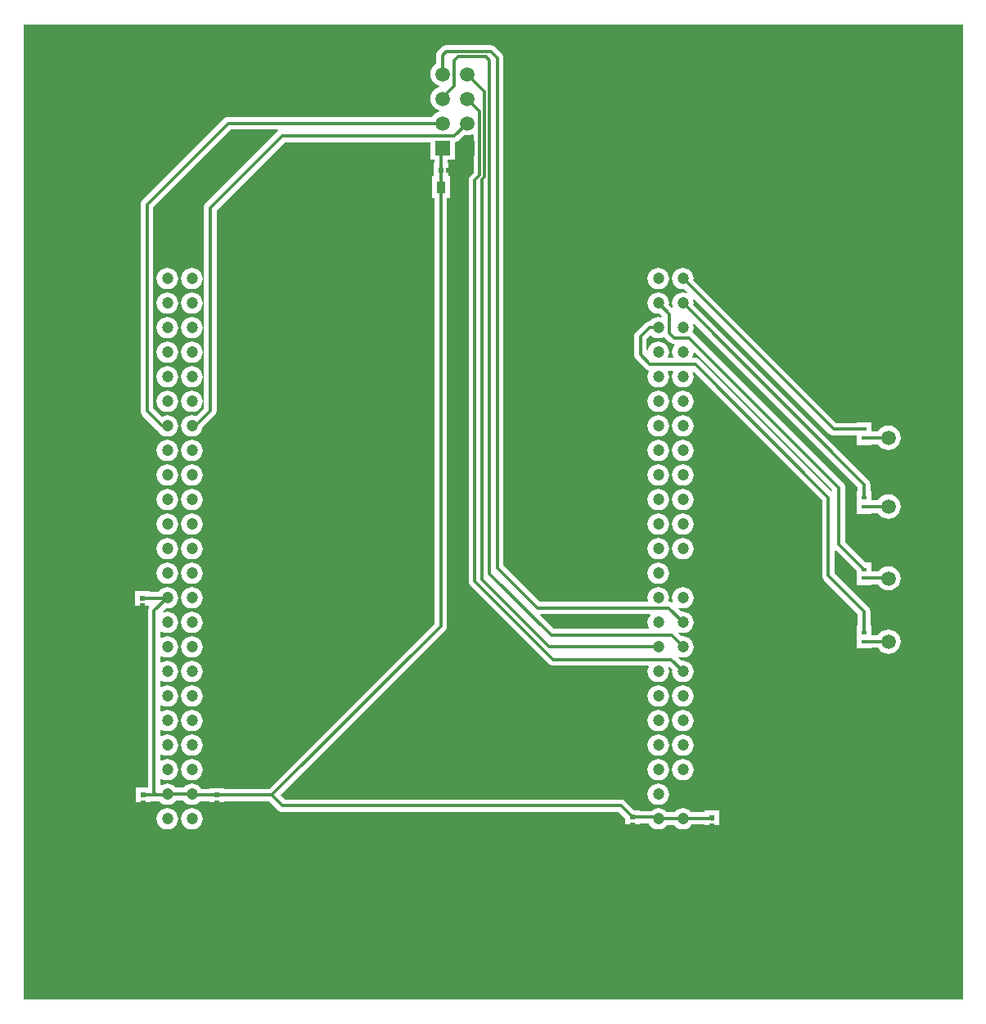
<source format=gtl>
%FSTAX24Y24*%
%MOIN*%
%SFA1B1*%

%IPPOS*%
%ADD10R,0.021650X0.017720*%
%ADD11R,0.033470X0.051180*%
%ADD12R,0.020470X0.020470*%
%ADD13R,0.020470X0.020470*%
%ADD14C,0.011810*%
%ADD15C,0.059060*%
%ADD16R,0.059060X0.059060*%
%ADD17R,0.059060X0.059060*%
%ADD18C,0.047250*%
%ADD19O,0.047240X0.047250*%
%ADD20R,0.047250X0.047250*%
%LNcom_board_2018-1*%
%LPD*%
G36*
X114557Y00869D02*
X076289Y008691D01*
Y0484*
X114557*
Y00869*
G37*
%LNcom_board_2018-2*%
%LPC*%
G36*
X10215Y038493D02*
X102037Y038478D01*
X101932Y038434*
X101841Y038365*
X101772Y038274*
X101728Y038169*
X101713Y038056*
X101728Y037943*
X101772Y037838*
X101841Y037747*
X101932Y037678*
X102037Y037634*
X10215Y037619*
X102263Y037634*
X102368Y037678*
X102459Y037747*
X102528Y037838*
X102572Y037943*
X102587Y038056*
X102572Y038169*
X102528Y038274*
X102459Y038365*
X102368Y038434*
X102263Y038478*
X10215Y038493*
G37*
G36*
X08315D02*
X083037Y038478D01*
X082932Y038434*
X082841Y038365*
X082772Y038274*
X082728Y038169*
X082713Y038056*
X082728Y037943*
X082772Y037838*
X082841Y037747*
X082932Y037678*
X083037Y037634*
X08315Y037619*
X083263Y037634*
X083368Y037678*
X083459Y037747*
X083528Y037838*
X083572Y037943*
X083587Y038056*
X083572Y038169*
X083528Y038274*
X083459Y038365*
X083368Y038434*
X083263Y038478*
X08315Y038493*
G37*
G36*
X08215D02*
X082037Y038478D01*
X081932Y038434*
X081841Y038365*
X081772Y038274*
X081728Y038169*
X081713Y038056*
X081728Y037943*
X081772Y037838*
X081841Y037747*
X081932Y037678*
X082037Y037634*
X08215Y037619*
X082263Y037634*
X082368Y037678*
X082459Y037747*
X082528Y037838*
X082572Y037943*
X082587Y038056*
X082572Y038169*
X082528Y038274*
X082459Y038365*
X082368Y038434*
X082263Y038478*
X08215Y038493*
G37*
G36*
X10315D02*
X103037Y038478D01*
X102932Y038434*
X102841Y038365*
X102772Y038274*
X102728Y038169*
X102713Y038056*
X102728Y037943*
X102772Y037838*
X102841Y037747*
X102932Y037678*
X103037Y037634*
X10315Y037619*
X103213Y037628*
X103341Y0375*
X103313Y037457*
X103263Y037478*
X10315Y037493*
X103037Y037478*
X102932Y037434*
X102841Y037365*
X102772Y037274*
X102728Y037169*
X102713Y037056*
X102728Y036943*
X102749Y036893*
X102706Y036865*
X102578Y036993*
X102587Y037056*
X102572Y037169*
X102528Y037274*
X102459Y037365*
X102368Y037434*
X102263Y037478*
X10215Y037493*
X102037Y037478*
X101932Y037434*
X101841Y037365*
X101772Y037274*
X101728Y037169*
X101713Y037056*
X101728Y036943*
X101772Y036838*
X101841Y036747*
X101932Y036678*
X102037Y036634*
X10215Y036619*
X102213Y036628*
X10231Y036531*
X102308Y036513*
X102271Y036484*
X102254Y036479*
X10215Y036493*
X102037Y036478*
X101932Y036434*
X101841Y036365*
X101802Y036314*
X101784*
X101718Y036305*
X101655Y03628*
X101602Y036239*
X101234Y035871*
X101193Y035818*
X101168Y035755*
X101159Y035689*
Y03495*
X101168Y034884*
X101193Y034821*
X101234Y034768*
X101618Y034384*
X101672Y034343*
X101734Y034317*
X101747Y034315*
X101767Y034262*
X101728Y034169*
X101713Y034056*
X101728Y033943*
X101772Y033838*
X101841Y033747*
X101932Y033678*
X102037Y033634*
X10215Y033619*
X102263Y033634*
X102368Y033678*
X102459Y033747*
X102528Y033838*
X102572Y033943*
X102587Y034056*
X102572Y034169*
X102535Y034258*
X10256Y034308*
X10274*
X102765Y034258*
X102728Y034169*
X102713Y034056*
X102728Y033943*
X102772Y033838*
X102841Y033747*
X102932Y033678*
X103037Y033634*
X10315Y033619*
X103263Y033634*
X103368Y033678*
X103459Y033747*
X103528Y033838*
X103572Y033943*
X103587Y034056*
X103572Y034169*
X103543Y034239*
X103585Y034267*
X108816Y029036*
Y025954*
X108825Y025887*
X108851Y025825*
X108892Y025772*
X110273Y024391*
Y023917*
X110226*
Y023346*
Y022992*
X110836*
Y023019*
X111091*
X11117Y022916*
X111273Y022837*
X111393Y022788*
X111521Y022771*
X11165Y022788*
X111769Y022837*
X111872Y022916*
X111951Y023019*
X112001Y023139*
X112018Y023267*
X112001Y023396*
X111951Y023515*
X111872Y023618*
X111769Y023697*
X11165Y023747*
X111521Y023764*
X111393Y023747*
X111273Y023697*
X11117Y023618*
X111106Y023535*
X110836*
Y023917*
X110789*
Y024498*
X11078Y024564*
X110755Y024627*
X110714Y02468*
X109332Y026061*
Y026978*
X109379Y026998*
X110226Y02615*
Y025925*
Y02557*
X110836*
Y025598*
X111091*
X11117Y025495*
X111273Y025416*
X111393Y025367*
X111521Y02535*
X11165Y025367*
X111769Y025416*
X111872Y025495*
X111951Y025598*
X112001Y025718*
X112018Y025846*
X112001Y025974*
X111951Y026094*
X111872Y026197*
X111769Y026276*
X11165Y026325*
X111521Y026342*
X111393Y026325*
X111273Y026276*
X11117Y026197*
X111106Y026114*
X110836*
Y026496*
X110611*
X109766Y027341*
Y029543*
X109757Y02961*
X109731Y029672*
X10969Y029725*
X103594Y035822*
X10354Y035863*
X103539Y035865*
X103572Y035943*
X103587Y036056*
X103572Y036169*
X103551Y036219*
X103594Y036247*
X110273Y029568*
Y029399*
X110226*
Y028828*
Y028474*
X110836*
Y028501*
X111106*
X11117Y028418*
X111273Y028339*
X111393Y02829*
X111521Y028273*
X11165Y02829*
X111769Y028339*
X111872Y028418*
X111951Y028521*
X112001Y028641*
X112018Y028769*
X112001Y028898*
X111951Y029017*
X111872Y02912*
X111769Y029199*
X11165Y029249*
X111521Y029266*
X111393Y029249*
X111273Y029199*
X11117Y02912*
X111091Y029017*
X110836*
Y029399*
X110789*
Y029675*
X11078Y029742*
X110755Y029804*
X110714Y029857*
X103578Y036993*
X103587Y037056*
X103572Y037169*
X103551Y037219*
X103594Y037247*
X109105Y031736*
X109158Y031695*
X10922Y03167*
X109287Y031661*
X110226*
Y031279*
X110836*
Y031306*
X111106*
X11117Y031223*
X111273Y031144*
X111393Y031095*
X111521Y031078*
X11165Y031095*
X111769Y031144*
X111872Y031223*
X111951Y031326*
X112001Y031446*
X112018Y031574*
X112001Y031703*
X111951Y031823*
X111872Y031925*
X111769Y032004*
X11165Y032054*
X111521Y032071*
X111393Y032054*
X111273Y032004*
X11117Y031925*
X111091Y031823*
X110836*
Y032204*
X110226*
Y032177*
X109394*
X103578Y037993*
X103587Y038056*
X103572Y038169*
X103528Y038274*
X103459Y038365*
X103368Y038434*
X103263Y038478*
X10315Y038493*
G37*
G36*
X08315Y037493D02*
X083037Y037478D01*
X082932Y037434*
X082841Y037365*
X082772Y037274*
X082728Y037169*
X082713Y037056*
X082728Y036943*
X082772Y036838*
X082841Y036747*
X082932Y036678*
X083037Y036634*
X08315Y036619*
X083263Y036634*
X083368Y036678*
X083459Y036747*
X083528Y036838*
X083572Y036943*
X083587Y037056*
X083572Y037169*
X083528Y037274*
X083459Y037365*
X083368Y037434*
X083263Y037478*
X08315Y037493*
G37*
G36*
X08215D02*
X082037Y037478D01*
X081932Y037434*
X081841Y037365*
X081772Y037274*
X081728Y037169*
X081713Y037056*
X081728Y036943*
X081772Y036838*
X081841Y036747*
X081932Y036678*
X082037Y036634*
X08215Y036619*
X082263Y036634*
X082368Y036678*
X082459Y036747*
X082528Y036838*
X082572Y036943*
X082587Y037056*
X082572Y037169*
X082528Y037274*
X082459Y037365*
X082368Y037434*
X082263Y037478*
X08215Y037493*
G37*
G36*
X08315Y036493D02*
X083037Y036478D01*
X082932Y036434*
X082841Y036365*
X082772Y036274*
X082728Y036169*
X082713Y036056*
X082728Y035943*
X082772Y035838*
X082841Y035747*
X082932Y035678*
X083037Y035634*
X08315Y035619*
X083263Y035634*
X083368Y035678*
X083459Y035747*
X083528Y035838*
X083572Y035943*
X083587Y036056*
X083572Y036169*
X083528Y036274*
X083459Y036365*
X083368Y036434*
X083263Y036478*
X08315Y036493*
G37*
G36*
X08215D02*
X082037Y036478D01*
X081932Y036434*
X081841Y036365*
X081772Y036274*
X081728Y036169*
X081713Y036056*
X081728Y035943*
X081772Y035838*
X081841Y035747*
X081932Y035678*
X082037Y035634*
X08215Y035619*
X082263Y035634*
X082368Y035678*
X082459Y035747*
X082528Y035838*
X082572Y035943*
X082587Y036056*
X082572Y036169*
X082528Y036274*
X082459Y036365*
X082368Y036434*
X082263Y036478*
X08215Y036493*
G37*
G36*
X08315Y035493D02*
X083037Y035478D01*
X082932Y035434*
X082841Y035365*
X082772Y035274*
X082728Y035169*
X082713Y035056*
X082728Y034943*
X082772Y034838*
X082841Y034747*
X082932Y034678*
X083037Y034634*
X08315Y034619*
X083263Y034634*
X083368Y034678*
X083459Y034747*
X083528Y034838*
X083572Y034943*
X083587Y035056*
X083572Y035169*
X083528Y035274*
X083459Y035365*
X083368Y035434*
X083263Y035478*
X08315Y035493*
G37*
G36*
X08215D02*
X082037Y035478D01*
X081932Y035434*
X081841Y035365*
X081772Y035274*
X081728Y035169*
X081713Y035056*
X081728Y034943*
X081772Y034838*
X081841Y034747*
X081932Y034678*
X082037Y034634*
X08215Y034619*
X082263Y034634*
X082368Y034678*
X082459Y034747*
X082528Y034838*
X082572Y034943*
X082587Y035056*
X082572Y035169*
X082528Y035274*
X082459Y035365*
X082368Y035434*
X082263Y035478*
X08215Y035493*
G37*
G36*
X08315Y034493D02*
X083037Y034478D01*
X082932Y034434*
X082841Y034365*
X082772Y034274*
X082728Y034169*
X082713Y034056*
X082728Y033943*
X082772Y033838*
X082841Y033747*
X082932Y033678*
X083037Y033634*
X08315Y033619*
X083263Y033634*
X083368Y033678*
X083459Y033747*
X083528Y033838*
X083572Y033943*
X083587Y034056*
X083572Y034169*
X083528Y034274*
X083459Y034365*
X083368Y034434*
X083263Y034478*
X08315Y034493*
G37*
G36*
X08215D02*
X082037Y034478D01*
X081932Y034434*
X081841Y034365*
X081772Y034274*
X081728Y034169*
X081713Y034056*
X081728Y033943*
X081772Y033838*
X081841Y033747*
X081932Y033678*
X082037Y033634*
X08215Y033619*
X082263Y033634*
X082368Y033678*
X082459Y033747*
X082528Y033838*
X082572Y033943*
X082587Y034056*
X082572Y034169*
X082528Y034274*
X082459Y034365*
X082368Y034434*
X082263Y034478*
X08215Y034493*
G37*
G36*
X10315Y033493D02*
X103037Y033478D01*
X102932Y033434*
X102841Y033365*
X102772Y033274*
X102728Y033169*
X102713Y033056*
X102728Y032943*
X102772Y032838*
X102841Y032747*
X102932Y032678*
X103037Y032634*
X10315Y032619*
X103263Y032634*
X103368Y032678*
X103459Y032747*
X103528Y032838*
X103572Y032943*
X103587Y033056*
X103572Y033169*
X103528Y033274*
X103459Y033365*
X103368Y033434*
X103263Y033478*
X10315Y033493*
G37*
G36*
X10215D02*
X102037Y033478D01*
X101932Y033434*
X101841Y033365*
X101772Y033274*
X101728Y033169*
X101713Y033056*
X101728Y032943*
X101772Y032838*
X101841Y032747*
X101932Y032678*
X102037Y032634*
X10215Y032619*
X102263Y032634*
X102368Y032678*
X102459Y032747*
X102528Y032838*
X102572Y032943*
X102587Y033056*
X102572Y033169*
X102528Y033274*
X102459Y033365*
X102368Y033434*
X102263Y033478*
X10215Y033493*
G37*
G36*
X08315D02*
X083037Y033478D01*
X082932Y033434*
X082841Y033365*
X082772Y033274*
X082728Y033169*
X082713Y033056*
X082728Y032943*
X082772Y032838*
X082841Y032747*
X082932Y032678*
X083037Y032634*
X08315Y032619*
X083263Y032634*
X083368Y032678*
X083459Y032747*
X083528Y032838*
X083572Y032943*
X083587Y033056*
X083572Y033169*
X083528Y033274*
X083459Y033365*
X083368Y033434*
X083263Y033478*
X08315Y033493*
G37*
G36*
X08215D02*
X082037Y033478D01*
X081932Y033434*
X081841Y033365*
X081772Y033274*
X081728Y033169*
X081713Y033056*
X081728Y032943*
X081772Y032838*
X081841Y032747*
X081932Y032678*
X082037Y032634*
X08215Y032619*
X082263Y032634*
X082368Y032678*
X082459Y032747*
X082528Y032838*
X082572Y032943*
X082587Y033056*
X082572Y033169*
X082528Y033274*
X082459Y033365*
X082368Y033434*
X082263Y033478*
X08215Y033493*
G37*
G36*
X10315Y032493D02*
X103037Y032478D01*
X102932Y032434*
X102841Y032365*
X102772Y032274*
X102728Y032169*
X102713Y032056*
X102728Y031943*
X102772Y031838*
X102841Y031747*
X102932Y031678*
X103037Y031634*
X10315Y031619*
X103263Y031634*
X103368Y031678*
X103459Y031747*
X103528Y031838*
X103572Y031943*
X103587Y032056*
X103572Y032169*
X103528Y032274*
X103459Y032365*
X103368Y032434*
X103263Y032478*
X10315Y032493*
G37*
G36*
X10215D02*
X102037Y032478D01*
X101932Y032434*
X101841Y032365*
X101772Y032274*
X101728Y032169*
X101713Y032056*
X101728Y031943*
X101772Y031838*
X101841Y031747*
X101932Y031678*
X102037Y031634*
X10215Y031619*
X102263Y031634*
X102368Y031678*
X102459Y031747*
X102528Y031838*
X102572Y031943*
X102587Y032056*
X102572Y032169*
X102528Y032274*
X102459Y032365*
X102368Y032434*
X102263Y032478*
X10215Y032493*
G37*
G36*
X10315Y031493D02*
X103037Y031478D01*
X102932Y031434*
X102841Y031365*
X102772Y031274*
X102728Y031169*
X102713Y031056*
X102728Y030943*
X102772Y030838*
X102841Y030747*
X102932Y030678*
X103037Y030634*
X10315Y030619*
X103263Y030634*
X103368Y030678*
X103459Y030747*
X103528Y030838*
X103572Y030943*
X103587Y031056*
X103572Y031169*
X103528Y031274*
X103459Y031365*
X103368Y031434*
X103263Y031478*
X10315Y031493*
G37*
G36*
X10215D02*
X102037Y031478D01*
X101932Y031434*
X101841Y031365*
X101772Y031274*
X101728Y031169*
X101713Y031056*
X101728Y030943*
X101772Y030838*
X101841Y030747*
X101932Y030678*
X102037Y030634*
X10215Y030619*
X102263Y030634*
X102368Y030678*
X102459Y030747*
X102528Y030838*
X102572Y030943*
X102587Y031056*
X102572Y031169*
X102528Y031274*
X102459Y031365*
X102368Y031434*
X102263Y031478*
X10215Y031493*
G37*
G36*
X08315D02*
X083037Y031478D01*
X082932Y031434*
X082841Y031365*
X082772Y031274*
X082728Y031169*
X082713Y031056*
X082728Y030943*
X082772Y030838*
X082841Y030747*
X082932Y030678*
X083037Y030634*
X08315Y030619*
X083263Y030634*
X083368Y030678*
X083459Y030747*
X083528Y030838*
X083572Y030943*
X083587Y031056*
X083572Y031169*
X083528Y031274*
X083459Y031365*
X083368Y031434*
X083263Y031478*
X08315Y031493*
G37*
G36*
X08215D02*
X082037Y031478D01*
X081932Y031434*
X081841Y031365*
X081772Y031274*
X081728Y031169*
X081713Y031056*
X081728Y030943*
X081772Y030838*
X081841Y030747*
X081932Y030678*
X082037Y030634*
X08215Y030619*
X082263Y030634*
X082368Y030678*
X082459Y030747*
X082528Y030838*
X082572Y030943*
X082587Y031056*
X082572Y031169*
X082528Y031274*
X082459Y031365*
X082368Y031434*
X082263Y031478*
X08215Y031493*
G37*
G36*
X10315Y030493D02*
X103037Y030478D01*
X102932Y030434*
X102841Y030365*
X102772Y030274*
X102728Y030169*
X102713Y030056*
X102728Y029943*
X102772Y029838*
X102841Y029747*
X102932Y029678*
X103037Y029634*
X10315Y029619*
X103263Y029634*
X103368Y029678*
X103459Y029747*
X103528Y029838*
X103572Y029943*
X103587Y030056*
X103572Y030169*
X103528Y030274*
X103459Y030365*
X103368Y030434*
X103263Y030478*
X10315Y030493*
G37*
G36*
X10215D02*
X102037Y030478D01*
X101932Y030434*
X101841Y030365*
X101772Y030274*
X101728Y030169*
X101713Y030056*
X101728Y029943*
X101772Y029838*
X101841Y029747*
X101932Y029678*
X102037Y029634*
X10215Y029619*
X102263Y029634*
X102368Y029678*
X102459Y029747*
X102528Y029838*
X102572Y029943*
X102587Y030056*
X102572Y030169*
X102528Y030274*
X102459Y030365*
X102368Y030434*
X102263Y030478*
X10215Y030493*
G37*
G36*
X08315D02*
X083037Y030478D01*
X082932Y030434*
X082841Y030365*
X082772Y030274*
X082728Y030169*
X082713Y030056*
X082728Y029943*
X082772Y029838*
X082841Y029747*
X082932Y029678*
X083037Y029634*
X08315Y029619*
X083263Y029634*
X083368Y029678*
X083459Y029747*
X083528Y029838*
X083572Y029943*
X083587Y030056*
X083572Y030169*
X083528Y030274*
X083459Y030365*
X083368Y030434*
X083263Y030478*
X08315Y030493*
G37*
G36*
X08215D02*
X082037Y030478D01*
X081932Y030434*
X081841Y030365*
X081772Y030274*
X081728Y030169*
X081713Y030056*
X081728Y029943*
X081772Y029838*
X081841Y029747*
X081932Y029678*
X082037Y029634*
X08215Y029619*
X082263Y029634*
X082368Y029678*
X082459Y029747*
X082528Y029838*
X082572Y029943*
X082587Y030056*
X082572Y030169*
X082528Y030274*
X082459Y030365*
X082368Y030434*
X082263Y030478*
X08215Y030493*
G37*
G36*
X10315Y029493D02*
X103037Y029478D01*
X102932Y029434*
X102841Y029365*
X102772Y029274*
X102728Y029169*
X102713Y029056*
X102728Y028943*
X102772Y028838*
X102841Y028747*
X102932Y028678*
X103037Y028634*
X10315Y028619*
X103263Y028634*
X103368Y028678*
X103459Y028747*
X103528Y028838*
X103572Y028943*
X103587Y029056*
X103572Y029169*
X103528Y029274*
X103459Y029365*
X103368Y029434*
X103263Y029478*
X10315Y029493*
G37*
G36*
X10215D02*
X102037Y029478D01*
X101932Y029434*
X101841Y029365*
X101772Y029274*
X101728Y029169*
X101713Y029056*
X101728Y028943*
X101772Y028838*
X101841Y028747*
X101932Y028678*
X102037Y028634*
X10215Y028619*
X102263Y028634*
X102368Y028678*
X102459Y028747*
X102528Y028838*
X102572Y028943*
X102587Y029056*
X102572Y029169*
X102528Y029274*
X102459Y029365*
X102368Y029434*
X102263Y029478*
X10215Y029493*
G37*
G36*
X08315D02*
X083037Y029478D01*
X082932Y029434*
X082841Y029365*
X082772Y029274*
X082728Y029169*
X082713Y029056*
X082728Y028943*
X082772Y028838*
X082841Y028747*
X082932Y028678*
X083037Y028634*
X08315Y028619*
X083263Y028634*
X083368Y028678*
X083459Y028747*
X083528Y028838*
X083572Y028943*
X083587Y029056*
X083572Y029169*
X083528Y029274*
X083459Y029365*
X083368Y029434*
X083263Y029478*
X08315Y029493*
G37*
G36*
X08215D02*
X082037Y029478D01*
X081932Y029434*
X081841Y029365*
X081772Y029274*
X081728Y029169*
X081713Y029056*
X081728Y028943*
X081772Y028838*
X081841Y028747*
X081932Y028678*
X082037Y028634*
X08215Y028619*
X082263Y028634*
X082368Y028678*
X082459Y028747*
X082528Y028838*
X082572Y028943*
X082587Y029056*
X082572Y029169*
X082528Y029274*
X082459Y029365*
X082368Y029434*
X082263Y029478*
X08215Y029493*
G37*
G36*
X10315Y028493D02*
X103037Y028478D01*
X102932Y028434*
X102841Y028365*
X102772Y028274*
X102728Y028169*
X102713Y028056*
X102728Y027943*
X102772Y027838*
X102841Y027747*
X102932Y027678*
X103037Y027634*
X10315Y027619*
X103263Y027634*
X103368Y027678*
X103459Y027747*
X103528Y027838*
X103572Y027943*
X103587Y028056*
X103572Y028169*
X103528Y028274*
X103459Y028365*
X103368Y028434*
X103263Y028478*
X10315Y028493*
G37*
G36*
X10215D02*
X102037Y028478D01*
X101932Y028434*
X101841Y028365*
X101772Y028274*
X101728Y028169*
X101713Y028056*
X101728Y027943*
X101772Y027838*
X101841Y027747*
X101932Y027678*
X102037Y027634*
X10215Y027619*
X102263Y027634*
X102368Y027678*
X102459Y027747*
X102528Y027838*
X102572Y027943*
X102587Y028056*
X102572Y028169*
X102528Y028274*
X102459Y028365*
X102368Y028434*
X102263Y028478*
X10215Y028493*
G37*
G36*
X08315D02*
X083037Y028478D01*
X082932Y028434*
X082841Y028365*
X082772Y028274*
X082728Y028169*
X082713Y028056*
X082728Y027943*
X082772Y027838*
X082841Y027747*
X082932Y027678*
X083037Y027634*
X08315Y027619*
X083263Y027634*
X083368Y027678*
X083459Y027747*
X083528Y027838*
X083572Y027943*
X083587Y028056*
X083572Y028169*
X083528Y028274*
X083459Y028365*
X083368Y028434*
X083263Y028478*
X08315Y028493*
G37*
G36*
X08215D02*
X082037Y028478D01*
X081932Y028434*
X081841Y028365*
X081772Y028274*
X081728Y028169*
X081713Y028056*
X081728Y027943*
X081772Y027838*
X081841Y027747*
X081932Y027678*
X082037Y027634*
X08215Y027619*
X082263Y027634*
X082368Y027678*
X082459Y027747*
X082528Y027838*
X082572Y027943*
X082587Y028056*
X082572Y028169*
X082528Y028274*
X082459Y028365*
X082368Y028434*
X082263Y028478*
X08215Y028493*
G37*
G36*
X10315Y027493D02*
X103037Y027478D01*
X102932Y027434*
X102841Y027365*
X102772Y027274*
X102728Y027169*
X102713Y027056*
X102728Y026943*
X102772Y026838*
X102841Y026747*
X102932Y026678*
X103037Y026634*
X10315Y026619*
X103263Y026634*
X103368Y026678*
X103459Y026747*
X103528Y026838*
X103572Y026943*
X103587Y027056*
X103572Y027169*
X103528Y027274*
X103459Y027365*
X103368Y027434*
X103263Y027478*
X10315Y027493*
G37*
G36*
X10215D02*
X102037Y027478D01*
X101932Y027434*
X101841Y027365*
X101772Y027274*
X101728Y027169*
X101713Y027056*
X101728Y026943*
X101772Y026838*
X101841Y026747*
X101932Y026678*
X102037Y026634*
X10215Y026619*
X102263Y026634*
X102368Y026678*
X102459Y026747*
X102528Y026838*
X102572Y026943*
X102587Y027056*
X102572Y027169*
X102528Y027274*
X102459Y027365*
X102368Y027434*
X102263Y027478*
X10215Y027493*
G37*
G36*
X08315D02*
X083037Y027478D01*
X082932Y027434*
X082841Y027365*
X082772Y027274*
X082728Y027169*
X082713Y027056*
X082728Y026943*
X082772Y026838*
X082841Y026747*
X082932Y026678*
X083037Y026634*
X08315Y026619*
X083263Y026634*
X083368Y026678*
X083459Y026747*
X083528Y026838*
X083572Y026943*
X083587Y027056*
X083572Y027169*
X083528Y027274*
X083459Y027365*
X083368Y027434*
X083263Y027478*
X08315Y027493*
G37*
G36*
X08215D02*
X082037Y027478D01*
X081932Y027434*
X081841Y027365*
X081772Y027274*
X081728Y027169*
X081713Y027056*
X081728Y026943*
X081772Y026838*
X081841Y026747*
X081932Y026678*
X082037Y026634*
X08215Y026619*
X082263Y026634*
X082368Y026678*
X082459Y026747*
X082528Y026838*
X082572Y026943*
X082587Y027056*
X082572Y027169*
X082528Y027274*
X082459Y027365*
X082368Y027434*
X082263Y027478*
X08215Y027493*
G37*
G36*
X10215Y026493D02*
X102037Y026478D01*
X101932Y026434*
X101841Y026365*
X101772Y026274*
X101728Y026169*
X101713Y026056*
X101728Y025943*
X101772Y025838*
X101841Y025747*
X101932Y025678*
X102037Y025634*
X10215Y025619*
X102263Y025634*
X102368Y025678*
X102459Y025747*
X102528Y025838*
X102572Y025943*
X102587Y026056*
X102572Y026169*
X102528Y026274*
X102459Y026365*
X102368Y026434*
X102263Y026478*
X10215Y026493*
G37*
G36*
X08315D02*
X083037Y026478D01*
X082932Y026434*
X082841Y026365*
X082772Y026274*
X082728Y026169*
X082713Y026056*
X082728Y025943*
X082772Y025838*
X082841Y025747*
X082932Y025678*
X083037Y025634*
X08315Y025619*
X083263Y025634*
X083368Y025678*
X083459Y025747*
X083528Y025838*
X083572Y025943*
X083587Y026056*
X083572Y026169*
X083528Y026274*
X083459Y026365*
X083368Y026434*
X083263Y026478*
X08315Y026493*
G37*
G36*
X08215D02*
X082037Y026478D01*
X081932Y026434*
X081841Y026365*
X081772Y026274*
X081728Y026169*
X081713Y026056*
X081728Y025943*
X081772Y025838*
X081841Y025747*
X081932Y025678*
X082037Y025634*
X08215Y025619*
X082263Y025634*
X082368Y025678*
X082459Y025747*
X082528Y025838*
X082572Y025943*
X082587Y026056*
X082572Y026169*
X082528Y026274*
X082459Y026365*
X082368Y026434*
X082263Y026478*
X08215Y026493*
G37*
G36*
X095332Y047551D02*
X093507D01*
X093441Y047542*
X093378Y047516*
X093325Y047475*
X093175Y047326*
X093134Y047272*
X093108Y04721*
X0931Y047143*
Y0468*
X093007Y046729*
X092928Y046626*
X092878Y046507*
X092861Y046378*
X092878Y04625*
X092928Y04613*
X093007Y046027*
X09311Y045948*
X093217Y045904*
X093217Y045904*
Y045853*
X093217Y045853*
X09311Y045808*
X093007Y045729*
X092928Y045626*
X092878Y045507*
X092861Y045378*
X092878Y04525*
X092928Y04513*
X093007Y045027*
X09311Y044948*
X093217Y044904*
X093217Y044904*
Y044853*
X093217*
X09311Y044808*
X093007Y044729*
X092936Y044636*
X08463*
X084563Y044627*
X084501Y044602*
X084448Y044561*
X081136Y041249*
X081095Y041196*
X081069Y041133*
X08106Y041066*
Y032657*
X081069Y03259*
X081095Y032528*
X081136Y032475*
X081737Y031874*
X081766Y031851*
X081772Y031838*
X081841Y031747*
X081932Y031678*
X082037Y031634*
X08215Y031619*
X082263Y031634*
X082368Y031678*
X082459Y031747*
X082528Y031838*
X082572Y031943*
X082587Y032056*
X082572Y032169*
X082528Y032274*
X082459Y032365*
X082368Y032434*
X082263Y032478*
X08215Y032493*
X082037Y032478*
X081932Y032434*
X081917Y032423*
X081577Y032764*
Y04096*
X084737Y04412*
X086647*
X086664Y04407*
X086638Y04405*
X083715Y041127*
X083674Y041073*
X083648Y041011*
X083639Y040944*
Y032772*
X083321Y032454*
X083263Y032478*
X08315Y032493*
X083037Y032478*
X082932Y032434*
X082841Y032365*
X082772Y032274*
X082728Y032169*
X082713Y032056*
X082728Y031943*
X082772Y031838*
X082841Y031747*
X082932Y031678*
X083037Y031634*
X08315Y031619*
X083263Y031634*
X083368Y031678*
X083459Y031747*
X083528Y031838*
X083572Y031943*
X083577Y03198*
X08408Y032483*
X084121Y032536*
X084147Y032598*
X084155Y032665*
Y040838*
X086927Y04361*
X092866*
Y042886*
X093039*
Y042759*
X092988*
Y042231*
X092933*
Y041325*
X093029*
Y023994*
X086306Y017272*
X084449*
Y017313*
X083851*
Y017272*
X083529*
X083528Y017274*
X083459Y017365*
X083368Y017434*
X083263Y017478*
X08315Y017493*
X083037Y017478*
X082932Y017434*
X082841Y017365*
X082802Y017314*
X082498*
X082459Y017365*
X082368Y017434*
X082263Y017478*
X08215Y017493*
X082037Y017478*
X081932Y017434*
X081914Y017421*
X081869Y017443*
Y017669*
X081914Y017691*
X081932Y017678*
X082037Y017634*
X08215Y017619*
X082263Y017634*
X082368Y017678*
X082459Y017747*
X082528Y017838*
X082572Y017943*
X082587Y018056*
X082572Y018169*
X082528Y018274*
X082459Y018365*
X082368Y018434*
X082263Y018478*
X08215Y018493*
X082037Y018478*
X081932Y018434*
X081914Y018421*
X081869Y018443*
Y018669*
X081914Y018691*
X081932Y018678*
X082037Y018634*
X08215Y018619*
X082263Y018634*
X082368Y018678*
X082459Y018747*
X082528Y018838*
X082572Y018943*
X082587Y019056*
X082572Y019169*
X082528Y019274*
X082459Y019365*
X082368Y019434*
X082263Y019478*
X08215Y019493*
X082037Y019478*
X081932Y019434*
X081914Y019421*
X081869Y019443*
Y019669*
X081914Y019691*
X081932Y019678*
X082037Y019634*
X08215Y019619*
X082263Y019634*
X082368Y019678*
X082459Y019747*
X082528Y019838*
X082572Y019943*
X082587Y020056*
X082572Y020169*
X082528Y020274*
X082459Y020365*
X082368Y020434*
X082263Y020478*
X08215Y020493*
X082037Y020478*
X081932Y020434*
X081914Y020421*
X081869Y020443*
Y020669*
X081914Y020691*
X081932Y020678*
X082037Y020634*
X08215Y020619*
X082263Y020634*
X082368Y020678*
X082459Y020747*
X082528Y020838*
X082572Y020943*
X082587Y021056*
X082572Y021169*
X082528Y021274*
X082459Y021365*
X082368Y021434*
X082263Y021478*
X08215Y021493*
X082037Y021478*
X081932Y021434*
X081914Y021421*
X081869Y021443*
Y021669*
X081914Y021691*
X081932Y021678*
X082037Y021634*
X08215Y021619*
X082263Y021634*
X082368Y021678*
X082459Y021747*
X082528Y021838*
X082572Y021943*
X082587Y022056*
X082572Y022169*
X082528Y022274*
X082459Y022365*
X082368Y022434*
X082263Y022478*
X08215Y022493*
X082037Y022478*
X081932Y022434*
X081914Y022421*
X081869Y022443*
Y022669*
X081914Y022691*
X081932Y022678*
X082037Y022634*
X08215Y022619*
X082263Y022634*
X082368Y022678*
X082459Y022747*
X082528Y022838*
X082572Y022943*
X082587Y023056*
X082572Y023169*
X082528Y023274*
X082459Y023365*
X082368Y023434*
X082263Y023478*
X08215Y023493*
X082037Y023478*
X081932Y023434*
X081914Y023421*
X081869Y023443*
Y023669*
X081914Y023691*
X081932Y023678*
X082037Y023634*
X08215Y023619*
X082263Y023634*
X082368Y023678*
X082459Y023747*
X082528Y023838*
X082572Y023943*
X082587Y024056*
X082572Y024169*
X082528Y024274*
X082459Y024365*
X082368Y024434*
X082263Y024478*
X08215Y024493*
X082037Y024478*
X081987Y024457*
X081959Y0245*
X082086Y024628*
X08215Y024619*
X082263Y024634*
X082368Y024678*
X082459Y024747*
X082528Y024838*
X082572Y024943*
X082587Y025056*
X082572Y025169*
X082528Y025274*
X082459Y025365*
X082368Y025434*
X082263Y025478*
X08215Y025493*
X082037Y025478*
X081932Y025434*
X081841Y025365*
X081781Y025287*
X081421*
Y025328*
X080822*
Y02473*
X081389*
X081413Y02468*
X081388Y024646*
X081362Y024584*
X081353Y024517*
Y017326*
X080872*
Y016728*
X08147*
Y016769*
X081824*
X081841Y016747*
X081932Y016678*
X082037Y016634*
X08215Y016619*
X082263Y016634*
X082368Y016678*
X082459Y016747*
X082498Y016798*
X082802*
X082841Y016747*
X082932Y016678*
X083037Y016634*
X08315Y016619*
X083263Y016634*
X083368Y016678*
X083459Y016747*
X083465Y016755*
X083851*
Y016714*
X084449*
Y016755*
X086306*
X08666Y016402*
X086713Y016361*
X086776Y016335*
X086842Y016326*
X100522*
X100801Y016048*
Y015814*
X101399*
Y015855*
X101764*
X101772Y015838*
X101841Y015747*
X101932Y015678*
X102037Y015634*
X10215Y015619*
X102263Y015634*
X102368Y015678*
X102459Y015747*
X102498Y015798*
X102802*
X102841Y015747*
X102932Y015678*
X103037Y015634*
X10315Y015619*
X103263Y015634*
X103368Y015678*
X103459Y015747*
X10351Y015814*
X104041*
Y015783*
X104251*
X104273Y015774*
X10434Y015765*
X104407Y015774*
X104429Y015783*
X104639*
Y016381*
X104041*
Y016331*
X103485*
X103459Y016365*
X103368Y016434*
X103263Y016478*
X10315Y016493*
X103037Y016478*
X102932Y016434*
X102841Y016365*
X102802Y016314*
X102498*
X102459Y016365*
X102368Y016434*
X102263Y016478*
X10215Y016493*
X102037Y016478*
X101932Y016434*
X10185Y016372*
X101399*
Y016413*
X101166*
X100812Y016767*
X100758Y016808*
X100696Y016834*
X100629Y016842*
X086949*
X086778Y017014*
X093469Y023705*
X09351Y023758*
X093536Y023821*
X093545Y023887*
Y041325*
X093661*
Y042231*
X093586*
Y042759*
X093555*
Y042886*
X09385*
Y04361*
X093914Y043618*
X093976Y043644*
X09403Y043685*
X094242Y043897*
X094358Y043882*
X094486Y043899*
X094573Y043935*
X094623Y043901*
Y04237*
X094492Y042239*
X094451Y042185*
X094425Y042123*
X094417Y042056*
Y040005*
Y025738*
X094425Y025671*
X094451Y025609*
X094492Y025555*
X097691Y022356*
X097745Y022315*
X097807Y02229*
X097874Y022281*
X10172*
X101754Y022231*
X101728Y022169*
X101713Y022056*
X101728Y021943*
X101772Y021838*
X101841Y021747*
X101932Y021678*
X102037Y021634*
X10215Y021619*
X102263Y021634*
X102368Y021678*
X102459Y021747*
X102528Y021838*
X102572Y021943*
X102587Y022056*
X102572Y022169*
X102551Y022219*
X102594Y022247*
X102721Y02212*
X102713Y022056*
X102728Y021943*
X102772Y021838*
X102841Y021747*
X102932Y021678*
X103037Y021634*
X10315Y021619*
X103263Y021634*
X103368Y021678*
X103459Y021747*
X103528Y021838*
X103572Y021943*
X103587Y022056*
X103572Y022169*
X103528Y022274*
X103459Y022365*
X103368Y022434*
X103263Y022478*
X10315Y022493*
X103086Y022485*
X102959Y022612*
X102987Y022655*
X103037Y022634*
X10315Y022619*
X103263Y022634*
X103368Y022678*
X103459Y022747*
X103528Y022838*
X103572Y022943*
X103587Y023056*
X103572Y023169*
X103528Y023274*
X103459Y023365*
X103368Y023434*
X103263Y023478*
X10315Y023493*
X103086Y023485*
X102959Y023612*
X102987Y023655*
X103037Y023634*
X10315Y023619*
X103263Y023634*
X103368Y023678*
X103459Y023747*
X103528Y023838*
X103572Y023943*
X103587Y024056*
X103572Y024169*
X103528Y024274*
X103459Y024365*
X103368Y024434*
X103263Y024478*
X10315Y024493*
X103086Y024485*
X102959Y024612*
X102987Y024655*
X103037Y024634*
X10315Y024619*
X103263Y024634*
X103368Y024678*
X103459Y024747*
X103528Y024838*
X103572Y024943*
X103587Y025056*
X103572Y025169*
X103528Y025274*
X103459Y025365*
X103368Y025434*
X103263Y025478*
X10315Y025493*
X103037Y025478*
X102932Y025434*
X102841Y025365*
X102772Y025274*
X102728Y025169*
X102713Y025056*
X102728Y024943*
X102753Y024883*
X102712Y024851*
X102692Y024866*
X10263Y024892*
X102606Y024895*
X102575Y024939*
X102573Y02495*
X102587Y025056*
X102572Y025169*
X102528Y025274*
X102459Y025365*
X102368Y025434*
X102263Y025478*
X10215Y025493*
X102037Y025478*
X101932Y025434*
X101841Y025365*
X101772Y025274*
X101728Y025169*
X101713Y025056*
X101727Y024951*
X101717Y024925*
X101701Y024901*
X097333*
X095848Y026386*
Y047035*
X095839Y047102*
X095814Y047164*
X095773Y047217*
X095515Y047475*
X095461Y047516*
X095399Y047542*
X095332Y047551*
G37*
G36*
X08315Y025493D02*
X083037Y025478D01*
X082932Y025434*
X082841Y025365*
X082772Y025274*
X082728Y025169*
X082713Y025056*
X082728Y024943*
X082772Y024838*
X082841Y024747*
X082932Y024678*
X083037Y024634*
X08315Y024619*
X083263Y024634*
X083368Y024678*
X083459Y024747*
X083528Y024838*
X083572Y024943*
X083587Y025056*
X083572Y025169*
X083528Y025274*
X083459Y025365*
X083368Y025434*
X083263Y025478*
X08315Y025493*
G37*
G36*
Y024493D02*
X083037Y024478D01*
X082932Y024434*
X082841Y024365*
X082772Y024274*
X082728Y024169*
X082713Y024056*
X082728Y023943*
X082772Y023838*
X082841Y023747*
X082932Y023678*
X083037Y023634*
X08315Y023619*
X083263Y023634*
X083368Y023678*
X083459Y023747*
X083528Y023838*
X083572Y023943*
X083587Y024056*
X083572Y024169*
X083528Y024274*
X083459Y024365*
X083368Y024434*
X083263Y024478*
X08315Y024493*
G37*
G36*
Y023493D02*
X083037Y023478D01*
X082932Y023434*
X082841Y023365*
X082772Y023274*
X082728Y023169*
X082713Y023056*
X082728Y022943*
X082772Y022838*
X082841Y022747*
X082932Y022678*
X083037Y022634*
X08315Y022619*
X083263Y022634*
X083368Y022678*
X083459Y022747*
X083528Y022838*
X083572Y022943*
X083587Y023056*
X083572Y023169*
X083528Y023274*
X083459Y023365*
X083368Y023434*
X083263Y023478*
X08315Y023493*
G37*
G36*
Y022493D02*
X083037Y022478D01*
X082932Y022434*
X082841Y022365*
X082772Y022274*
X082728Y022169*
X082713Y022056*
X082728Y021943*
X082772Y021838*
X082841Y021747*
X082932Y021678*
X083037Y021634*
X08315Y021619*
X083263Y021634*
X083368Y021678*
X083459Y021747*
X083528Y021838*
X083572Y021943*
X083587Y022056*
X083572Y022169*
X083528Y022274*
X083459Y022365*
X083368Y022434*
X083263Y022478*
X08315Y022493*
G37*
G36*
X10315Y021493D02*
X103037Y021478D01*
X102932Y021434*
X102841Y021365*
X102772Y021274*
X102728Y021169*
X102713Y021056*
X102728Y020943*
X102772Y020838*
X102841Y020747*
X102932Y020678*
X103037Y020634*
X10315Y020619*
X103263Y020634*
X103368Y020678*
X103459Y020747*
X103528Y020838*
X103572Y020943*
X103587Y021056*
X103572Y021169*
X103528Y021274*
X103459Y021365*
X103368Y021434*
X103263Y021478*
X10315Y021493*
G37*
G36*
X10215D02*
X102037Y021478D01*
X101932Y021434*
X101841Y021365*
X101772Y021274*
X101728Y021169*
X101713Y021056*
X101728Y020943*
X101772Y020838*
X101841Y020747*
X101932Y020678*
X102037Y020634*
X10215Y020619*
X102263Y020634*
X102368Y020678*
X102459Y020747*
X102528Y020838*
X102572Y020943*
X102587Y021056*
X102572Y021169*
X102528Y021274*
X102459Y021365*
X102368Y021434*
X102263Y021478*
X10215Y021493*
G37*
G36*
X08315D02*
X083037Y021478D01*
X082932Y021434*
X082841Y021365*
X082772Y021274*
X082728Y021169*
X082713Y021056*
X082728Y020943*
X082772Y020838*
X082841Y020747*
X082932Y020678*
X083037Y020634*
X08315Y020619*
X083263Y020634*
X083368Y020678*
X083459Y020747*
X083528Y020838*
X083572Y020943*
X083587Y021056*
X083572Y021169*
X083528Y021274*
X083459Y021365*
X083368Y021434*
X083263Y021478*
X08315Y021493*
G37*
G36*
X10315Y020493D02*
X103037Y020478D01*
X102932Y020434*
X102841Y020365*
X102772Y020274*
X102728Y020169*
X102713Y020056*
X102728Y019943*
X102772Y019838*
X102841Y019747*
X102932Y019678*
X103037Y019634*
X10315Y019619*
X103263Y019634*
X103368Y019678*
X103459Y019747*
X103528Y019838*
X103572Y019943*
X103587Y020056*
X103572Y020169*
X103528Y020274*
X103459Y020365*
X103368Y020434*
X103263Y020478*
X10315Y020493*
G37*
G36*
X10215D02*
X102037Y020478D01*
X101932Y020434*
X101841Y020365*
X101772Y020274*
X101728Y020169*
X101713Y020056*
X101728Y019943*
X101772Y019838*
X101841Y019747*
X101932Y019678*
X102037Y019634*
X10215Y019619*
X102263Y019634*
X102368Y019678*
X102459Y019747*
X102528Y019838*
X102572Y019943*
X102587Y020056*
X102572Y020169*
X102528Y020274*
X102459Y020365*
X102368Y020434*
X102263Y020478*
X10215Y020493*
G37*
G36*
X08315D02*
X083037Y020478D01*
X082932Y020434*
X082841Y020365*
X082772Y020274*
X082728Y020169*
X082713Y020056*
X082728Y019943*
X082772Y019838*
X082841Y019747*
X082932Y019678*
X083037Y019634*
X08315Y019619*
X083263Y019634*
X083368Y019678*
X083459Y019747*
X083528Y019838*
X083572Y019943*
X083587Y020056*
X083572Y020169*
X083528Y020274*
X083459Y020365*
X083368Y020434*
X083263Y020478*
X08315Y020493*
G37*
G36*
X10315Y019493D02*
X103037Y019478D01*
X102932Y019434*
X102841Y019365*
X102772Y019274*
X102728Y019169*
X102713Y019056*
X102728Y018943*
X102772Y018838*
X102841Y018747*
X102932Y018678*
X103037Y018634*
X10315Y018619*
X103263Y018634*
X103368Y018678*
X103459Y018747*
X103528Y018838*
X103572Y018943*
X103587Y019056*
X103572Y019169*
X103528Y019274*
X103459Y019365*
X103368Y019434*
X103263Y019478*
X10315Y019493*
G37*
G36*
X10215D02*
X102037Y019478D01*
X101932Y019434*
X101841Y019365*
X101772Y019274*
X101728Y019169*
X101713Y019056*
X101728Y018943*
X101772Y018838*
X101841Y018747*
X101932Y018678*
X102037Y018634*
X10215Y018619*
X102263Y018634*
X102368Y018678*
X102459Y018747*
X102528Y018838*
X102572Y018943*
X102587Y019056*
X102572Y019169*
X102528Y019274*
X102459Y019365*
X102368Y019434*
X102263Y019478*
X10215Y019493*
G37*
G36*
X08315D02*
X083037Y019478D01*
X082932Y019434*
X082841Y019365*
X082772Y019274*
X082728Y019169*
X082713Y019056*
X082728Y018943*
X082772Y018838*
X082841Y018747*
X082932Y018678*
X083037Y018634*
X08315Y018619*
X083263Y018634*
X083368Y018678*
X083459Y018747*
X083528Y018838*
X083572Y018943*
X083587Y019056*
X083572Y019169*
X083528Y019274*
X083459Y019365*
X083368Y019434*
X083263Y019478*
X08315Y019493*
G37*
G36*
X10315Y018493D02*
X103037Y018478D01*
X102932Y018434*
X102841Y018365*
X102772Y018274*
X102728Y018169*
X102713Y018056*
X102728Y017943*
X102772Y017838*
X102841Y017747*
X102932Y017678*
X103037Y017634*
X10315Y017619*
X103263Y017634*
X103368Y017678*
X103459Y017747*
X103528Y017838*
X103572Y017943*
X103587Y018056*
X103572Y018169*
X103528Y018274*
X103459Y018365*
X103368Y018434*
X103263Y018478*
X10315Y018493*
G37*
G36*
X10215D02*
X102037Y018478D01*
X101932Y018434*
X101841Y018365*
X101772Y018274*
X101728Y018169*
X101713Y018056*
X101728Y017943*
X101772Y017838*
X101841Y017747*
X101932Y017678*
X102037Y017634*
X10215Y017619*
X102263Y017634*
X102368Y017678*
X102459Y017747*
X102528Y017838*
X102572Y017943*
X102587Y018056*
X102572Y018169*
X102528Y018274*
X102459Y018365*
X102368Y018434*
X102263Y018478*
X10215Y018493*
G37*
G36*
X08315D02*
X083037Y018478D01*
X082932Y018434*
X082841Y018365*
X082772Y018274*
X082728Y018169*
X082713Y018056*
X082728Y017943*
X082772Y017838*
X082841Y017747*
X082932Y017678*
X083037Y017634*
X08315Y017619*
X083263Y017634*
X083368Y017678*
X083459Y017747*
X083528Y017838*
X083572Y017943*
X083587Y018056*
X083572Y018169*
X083528Y018274*
X083459Y018365*
X083368Y018434*
X083263Y018478*
X08315Y018493*
G37*
G36*
X10215Y017493D02*
X102037Y017478D01*
X101932Y017434*
X101841Y017365*
X101772Y017274*
X101728Y017169*
X101713Y017056*
X101728Y016943*
X101772Y016838*
X101841Y016747*
X101932Y016678*
X102037Y016634*
X10215Y016619*
X102263Y016634*
X102368Y016678*
X102459Y016747*
X102528Y016838*
X102572Y016943*
X102587Y017056*
X102572Y017169*
X102528Y017274*
X102459Y017365*
X102368Y017434*
X102263Y017478*
X10215Y017493*
G37*
G36*
X08315Y016493D02*
X083037Y016478D01*
X082932Y016434*
X082841Y016365*
X082772Y016274*
X082728Y016169*
X082713Y016056*
X082728Y015943*
X082772Y015838*
X082841Y015747*
X082932Y015678*
X083037Y015634*
X08315Y015619*
X083263Y015634*
X083368Y015678*
X083459Y015747*
X083528Y015838*
X083572Y015943*
X083587Y016056*
X083572Y016169*
X083528Y016274*
X083459Y016365*
X083368Y016434*
X083263Y016478*
X08315Y016493*
G37*
G36*
X08215D02*
X082037Y016478D01*
X081932Y016434*
X081841Y016365*
X081772Y016274*
X081728Y016169*
X081713Y016056*
X081728Y015943*
X081772Y015838*
X081841Y015747*
X081932Y015678*
X082037Y015634*
X08215Y015619*
X082263Y015634*
X082368Y015678*
X082459Y015747*
X082528Y015838*
X082572Y015943*
X082587Y016056*
X082572Y016169*
X082528Y016274*
X082459Y016365*
X082368Y016434*
X082263Y016478*
X08215Y016493*
G37*
%LNcom_board_2018-3*%
%LPD*%
G36*
X101841Y035747D02*
X101932Y035678D01*
X102037Y035634*
X10215Y035619*
X102263Y035634*
X102368Y035678*
X102386Y035692*
X102415Y035654*
X102612Y035457*
X102666Y035416*
X102728Y03539*
X102791Y035382*
X102799Y035372*
X102815Y035331*
X102772Y035274*
X102728Y035169*
X102713Y035056*
X102728Y034943*
X102756Y034875*
X102723Y034825*
X102577*
X102544Y034875*
X102572Y034943*
X102587Y035056*
X102572Y035169*
X102528Y035274*
X102459Y035365*
X102368Y035434*
X102263Y035478*
X10215Y035493*
X102037Y035478*
X101932Y035434*
X101841Y035365*
X101772Y035274*
X101728Y035169*
X101725Y035146*
X101675Y03515*
Y035582*
X101841Y035747*
X101841*
G37*
G36*
X109241Y029445D02*
X109237Y029416D01*
X109185Y029398*
X103834Y034749*
X10378Y03479*
X103718Y034816*
X103651Y034825*
X103577*
X103544Y034875*
X103572Y034943*
X103584Y035031*
X103636Y035049*
X109241Y029445*
G37*
G36*
X101818Y024335D02*
X101772Y024274D01*
X101728Y024169*
X101713Y024056*
X101728Y023943*
X101772Y023838*
X10178Y023826*
X101758Y023781*
X097902*
X097345Y024338*
X097364Y024385*
X101793*
X101818Y024335*
G37*
G54D10*
X110531Y02621D03*
Y025856D03*
Y031919D03*
Y031565D03*
Y023277D03*
Y023631D03*
Y029114D03*
Y028759D03*
G54D11*
X093297Y041778D03*
X093966D03*
G54D12*
X08415Y017014D03*
Y016699D03*
X1011Y016114D03*
Y015799D03*
X10434Y015767D03*
Y016082D03*
X081122Y024714D03*
Y025029D03*
X081171Y016712D03*
Y017027D03*
G54D13*
X093287Y04246D03*
X093602D03*
G54D14*
X100629Y016584D02*
X1011Y016114D01*
X086842Y016584D02*
X100629D01*
X086413Y017014D02*
X086842Y016584D01*
X081712Y017027D02*
X082121D01*
X081171D02*
X081712D01*
X082123Y025029D02*
X08215Y025056D01*
X081611Y024517D02*
X082123Y025029D01*
X081611Y017128D02*
X081712Y017027D01*
X081611Y017128D02*
Y024517D01*
X093287Y041876D02*
Y042516D01*
X104291Y016072D02*
X10434Y016023D01*
X093287Y023887D02*
Y041719D01*
X086413Y017014D02*
X093287Y023887D01*
X093228Y041778D02*
X093287Y041719D01*
X093996Y047086D02*
X095116D01*
X09383Y046921D02*
X093996Y047086D01*
X095116D02*
X095275Y046927D01*
Y04183D02*
Y046927D01*
X09498Y025807D02*
Y042083D01*
Y025807D02*
X097706Y02308D01*
X09498Y042083D02*
X095078Y042181D01*
Y045658*
X094675Y042056D02*
X094881Y042263D01*
X094675Y040005D02*
Y042056D01*
X094881Y042263D02*
Y044855D01*
X094358Y045378D02*
X094881Y044855D01*
X094675Y040005D02*
Y025738D01*
X097874Y022539*
X102667D02*
X10315Y022056D01*
X097874Y022539D02*
X102667D01*
X097706Y02308D02*
X102126D01*
X095275Y04183D02*
Y026043D01*
X097795Y023523*
X09383Y045897D02*
Y046921D01*
X093358Y045425D02*
X09383Y045897D01*
X093358Y045378D02*
Y045425D01*
X08682Y043868D02*
X093847D01*
X083897Y040944D02*
X08682Y043868D01*
X08463Y044378D02*
X093358D01*
X081318Y041066D02*
X08463Y044378D01*
X093847Y043868D02*
X094358Y044378D01*
X09559Y026279D02*
Y047035D01*
X095332Y047293D02*
X09559Y047035D01*
X093507Y047293D02*
X095332D01*
X093358Y047143D02*
X093507Y047293D01*
X093358Y046378D02*
Y047143D01*
X094358Y046378D02*
X095078Y045658D01*
X101801Y034566D02*
X103651D01*
X101417Y03495D02*
X101801Y034566D01*
X101417Y03495D02*
Y035689D01*
X101784Y036056*
X10215*
X08215Y017056D02*
X08315D01*
X10215Y016056D02*
X10315D01*
X110542Y023631D02*
Y023671D01*
X103651Y034566D02*
X109074Y029143D01*
Y025954D02*
Y029143D01*
Y025954D02*
X110531Y024498D01*
X083897Y032665D02*
Y040944D01*
X083288Y032056D02*
X083897Y032665D01*
X08315Y032056D02*
X083288D01*
X081919D02*
X08215D01*
X081318Y032657D02*
X081919Y032056D01*
X081318Y032657D02*
Y041066D01*
X102795Y035639D02*
X103411D01*
X102598Y035836D02*
X102795Y035639D01*
X103411D02*
X109507Y029543D01*
X110531Y023631D02*
Y024498D01*
X10215Y037056D02*
X102598Y036608D01*
Y035836D02*
Y036608D01*
X109507Y027234D02*
Y029543D01*
X110531Y029114D02*
Y029675D01*
X10315Y037056D02*
X110531Y029675D01*
X10315Y038056D02*
X109287Y031919D01*
X110531*
Y028759D02*
X111511D01*
X110531Y025856D02*
X111511D01*
X109507Y027234D02*
X110531Y02621D01*
X08415Y017014D02*
X086413D01*
X093346Y044366D02*
X093358Y044378D01*
X093257Y041847D02*
X093287Y041876D01*
X093297Y043317D02*
X093358Y043378D01*
X093297Y042526D02*
Y043317D01*
X093287Y042516D02*
X093297Y042526D01*
X09559Y026279D02*
X097227Y024643D01*
X102126Y02308D02*
X10215Y023056D01*
X097795Y023523D02*
X102683D01*
X097227Y024643D02*
X102563D01*
X10315Y024056*
X102683Y023523D02*
X10315Y023056D01*
X093358Y043378D02*
X093449Y043287D01*
X081122Y025029D02*
X082123D01*
X103166Y016072D02*
X104291D01*
X10315Y016056D02*
X103166Y016072D01*
X110531Y023277D02*
X111423D01*
X102092Y016114D02*
X10215Y016056D01*
X1011Y016114D02*
X102092D01*
X082121Y017027D02*
X08215Y017056D01*
X08315D02*
X083192Y017014D01*
X08415*
X110531Y031565D02*
X111482D01*
G54D15*
X093358Y046378D03*
Y045378D03*
Y044378D03*
X094358D03*
Y045378D03*
Y046378D03*
X111521Y025846D03*
Y031574D03*
Y023267D03*
Y028769D03*
G54D16*
X093358Y043378D03*
X094358D03*
G54D17*
X112521Y025846D03*
Y031574D03*
Y023267D03*
Y028769D03*
G54D18*
X10215Y039056D03*
X10315D03*
X10215Y038056D03*
X10315D03*
X10215Y037056D03*
X10315D03*
X10215Y036056D03*
X10315D03*
X10215Y035056D03*
X10315D03*
X10215Y034056D03*
X10315D03*
X10215Y033056D03*
X10315D03*
X10215Y032056D03*
X10315D03*
X10215Y031056D03*
X10315D03*
X10215Y030056D03*
X10315D03*
X10215Y029056D03*
X10315D03*
X10215Y028056D03*
X10315D03*
X10215Y027056D03*
Y026056D03*
X10315D03*
X10215Y025056D03*
X10315D03*
X10215Y024056D03*
X10315D03*
X10215Y023056D03*
X10315D03*
X10215Y022056D03*
X10315D03*
X10215Y021056D03*
X10315D03*
X10215Y020056D03*
X10315D03*
X10215Y019056D03*
X10315D03*
X10215Y018056D03*
X10315D03*
X10215Y017056D03*
X10315D03*
X10215Y016056D03*
X10315D03*
X10215Y015056D03*
X08215D03*
X08315Y016056D03*
X08215D03*
X08315Y017056D03*
X08215D03*
X08315Y018056D03*
X08215D03*
X08315Y019056D03*
X08215D03*
X08315Y020056D03*
X08215D03*
X08315Y021056D03*
X08215D03*
X08315Y022056D03*
X08215D03*
X08315Y023056D03*
X08215D03*
X08315Y024056D03*
X08215D03*
X08315Y025056D03*
X08215D03*
X08315Y026056D03*
X08215D03*
X08315Y027056D03*
X08215D03*
X08315Y028056D03*
X08215D03*
X08315Y029056D03*
X08215D03*
X08315Y030056D03*
X08215D03*
X08315Y031056D03*
X08215D03*
X08315Y032056D03*
X08215D03*
X08315Y033056D03*
X08215D03*
X08315Y034056D03*
X08215D03*
X08315Y035056D03*
X08215D03*
X08315Y036056D03*
X08215D03*
X08315Y037056D03*
X08215D03*
X08315Y038056D03*
X08215D03*
X08315Y039056D03*
X08215D03*
G54D19*
X10315Y027056D03*
G54D20*
X10315Y015056D03*
X08315D03*
M02*
</source>
